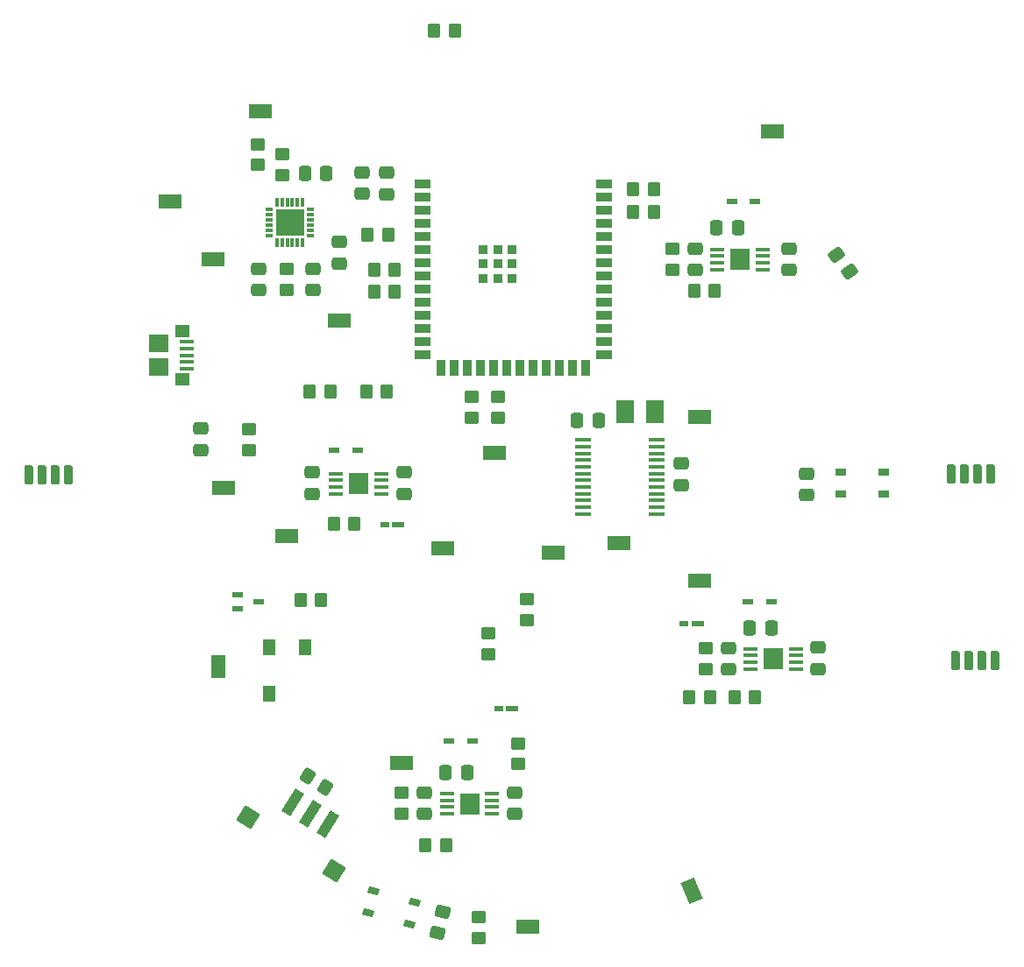
<source format=gbr>
%TF.GenerationSoftware,KiCad,Pcbnew,8.0.1*%
%TF.CreationDate,2024-04-29T04:15:04+02:00*%
%TF.ProjectId,PAMI-Power_Board,50414d49-2d50-46f7-9765-725f426f6172,rev?*%
%TF.SameCoordinates,Original*%
%TF.FileFunction,Paste,Top*%
%TF.FilePolarity,Positive*%
%FSLAX46Y46*%
G04 Gerber Fmt 4.6, Leading zero omitted, Abs format (unit mm)*
G04 Created by KiCad (PCBNEW 8.0.1) date 2024-04-29 04:15:04*
%MOMM*%
%LPD*%
G01*
G04 APERTURE LIST*
G04 Aperture macros list*
%AMRoundRect*
0 Rectangle with rounded corners*
0 $1 Rounding radius*
0 $2 $3 $4 $5 $6 $7 $8 $9 X,Y pos of 4 corners*
0 Add a 4 corners polygon primitive as box body*
4,1,4,$2,$3,$4,$5,$6,$7,$8,$9,$2,$3,0*
0 Add four circle primitives for the rounded corners*
1,1,$1+$1,$2,$3*
1,1,$1+$1,$4,$5*
1,1,$1+$1,$6,$7*
1,1,$1+$1,$8,$9*
0 Add four rect primitives between the rounded corners*
20,1,$1+$1,$2,$3,$4,$5,0*
20,1,$1+$1,$4,$5,$6,$7,0*
20,1,$1+$1,$6,$7,$8,$9,0*
20,1,$1+$1,$8,$9,$2,$3,0*%
%AMRotRect*
0 Rectangle, with rotation*
0 The origin of the aperture is its center*
0 $1 length*
0 $2 width*
0 $3 Rotation angle, in degrees counterclockwise*
0 Add horizontal line*
21,1,$1,$2,0,0,$3*%
G04 Aperture macros list end*
%ADD10RoundRect,0.250000X-0.350000X-0.450000X0.350000X-0.450000X0.350000X0.450000X-0.350000X0.450000X0*%
%ADD11RoundRect,0.250000X-0.450000X0.350000X-0.450000X-0.350000X0.450000X-0.350000X0.450000X0.350000X0*%
%ADD12RoundRect,0.250000X-0.475000X0.337500X-0.475000X-0.337500X0.475000X-0.337500X0.475000X0.337500X0*%
%ADD13R,1.300000X0.500000*%
%ADD14R,0.870000X0.500000*%
%ADD15RoundRect,0.250000X-0.337500X-0.475000X0.337500X-0.475000X0.337500X0.475000X-0.337500X0.475000X0*%
%ADD16R,2.200000X1.400000*%
%ADD17RoundRect,0.250000X-0.535281X-0.196150X0.058353X-0.567093X0.535281X0.196150X-0.058353X0.567093X0*%
%ADD18RoundRect,0.250000X0.475000X-0.337500X0.475000X0.337500X-0.475000X0.337500X-0.475000X-0.337500X0*%
%ADD19RotRect,1.000000X2.550000X148.000000*%
%ADD20RotRect,1.700000X1.700000X148.000000*%
%ADD21RoundRect,0.250000X0.350000X0.450000X-0.350000X0.450000X-0.350000X-0.450000X0.350000X-0.450000X0*%
%ADD22R,1.500000X0.900000*%
%ADD23R,0.900000X1.500000*%
%ADD24R,0.900000X0.900000*%
%ADD25R,1.800000X2.300000*%
%ADD26R,1.400000X0.450000*%
%ADD27R,1.846000X2.150000*%
%ADD28R,1.400000X2.200000*%
%ADD29RoundRect,0.250000X0.450000X-0.350000X0.450000X0.350000X-0.450000X0.350000X-0.450000X-0.350000X0*%
%ADD30R,1.525000X0.450000*%
%ADD31RotRect,1.400000X2.200000X203.000000*%
%ADD32R,1.110000X0.550000*%
%ADD33RoundRect,0.114286X0.285714X0.785714X-0.285714X0.785714X-0.285714X-0.785714X0.285714X-0.785714X0*%
%ADD34R,1.300000X1.500000*%
%ADD35R,1.000000X0.500000*%
%ADD36R,1.400000X0.400000*%
%ADD37R,1.900000X1.750000*%
%ADD38R,1.450000X1.150000*%
%ADD39RoundRect,0.250000X0.379242X-0.442388X0.542539X0.212562X-0.379242X0.442388X-0.542539X-0.212562X0*%
%ADD40R,1.050000X0.650000*%
%ADD41R,0.800000X0.350000*%
%ADD42R,0.350000X0.850000*%
%ADD43R,2.700000X2.600000*%
%ADD44RotRect,0.650000X1.050000X75.000000*%
%ADD45RoundRect,0.250000X-0.582661X-0.006155X-0.185906X-0.552241X0.582661X0.006155X0.185906X0.552241X0*%
G04 APERTURE END LIST*
D10*
%TO.C,R5*%
X165490000Y-113055000D03*
X167490000Y-113055000D03*
%TD*%
D11*
%TO.C,R3*%
X137740000Y-122310000D03*
X137740000Y-124310000D03*
%TD*%
D12*
%TO.C,C4*%
X148600000Y-122275000D03*
X148600000Y-124350000D03*
%TD*%
D13*
%TO.C,D8*%
X137375000Y-96400000D03*
D14*
X136060000Y-96400000D03*
%TD*%
D15*
%TO.C,C9*%
X171350000Y-106350000D03*
X173425000Y-106350000D03*
%TD*%
D16*
%TO.C,TPEN1*%
X149890000Y-135250000D03*
%TD*%
%TO.C,Coder1_B1*%
X152380000Y-99070000D03*
%TD*%
D17*
%TO.C,R18*%
X128613902Y-120710162D03*
X130310000Y-121770000D03*
%TD*%
D16*
%TO.C,TP3.3V_1*%
X137740000Y-119430000D03*
%TD*%
D18*
%TO.C,C13*%
X137930000Y-93427500D03*
X137930000Y-91352500D03*
%TD*%
D19*
%TO.C,S1*%
X130582131Y-125396268D03*
X128886035Y-124336428D03*
X127189938Y-123276591D03*
D20*
X131200000Y-129880000D03*
X122889130Y-124686791D03*
%TD*%
D21*
%TO.C,R28*%
X129940000Y-103660000D03*
X127940000Y-103660000D03*
%TD*%
D22*
%TO.C,IC4*%
X139750000Y-63470000D03*
X139750000Y-64740000D03*
X139750000Y-66010000D03*
X139750000Y-67280000D03*
X139750000Y-68550000D03*
X139750000Y-69820000D03*
X139750000Y-71090000D03*
X139750000Y-72360000D03*
X139750000Y-73630000D03*
X139750000Y-74900000D03*
X139750000Y-76170000D03*
X139750000Y-77440000D03*
X139750000Y-78710000D03*
X139750000Y-79980000D03*
D23*
X141515000Y-81230000D03*
X142785000Y-81230000D03*
X144055000Y-81230000D03*
X145325000Y-81230000D03*
X146595000Y-81230000D03*
X147865000Y-81230000D03*
X149135000Y-81230000D03*
X150405000Y-81230000D03*
X151675000Y-81230000D03*
X152945000Y-81230000D03*
X154215000Y-81230000D03*
X155485000Y-81230000D03*
D22*
X157250000Y-79980000D03*
X157250000Y-78710000D03*
X157250000Y-77440000D03*
X157250000Y-76170000D03*
X157250000Y-74900000D03*
X157250000Y-73630000D03*
X157250000Y-72360000D03*
X157250000Y-71090000D03*
X157250000Y-69820000D03*
X157250000Y-68550000D03*
X157250000Y-67280000D03*
X157250000Y-66010000D03*
X157250000Y-64740000D03*
X157250000Y-63470000D03*
D24*
X147000000Y-71190000D03*
X145600000Y-69790000D03*
X145600000Y-71190000D03*
X145600000Y-72590000D03*
X147000000Y-72590000D03*
X148400000Y-72590000D03*
X148400000Y-71190000D03*
X148400000Y-69790000D03*
X147000000Y-69790000D03*
%TD*%
D25*
%TO.C,C19*%
X159255000Y-85460000D03*
X162155000Y-85460000D03*
%TD*%
D26*
%TO.C,IC1*%
X168210000Y-69772500D03*
X168210000Y-70422500D03*
X168210000Y-71072500D03*
X168210000Y-71722500D03*
X172610000Y-71722500D03*
X172610000Y-71072500D03*
X172610000Y-70422500D03*
X172610000Y-69772500D03*
D27*
X170410000Y-70747500D03*
%TD*%
D28*
%TO.C,TPBuzzer1*%
X120000000Y-110080000D03*
%TD*%
D29*
%TO.C,R7*%
X167070000Y-110355000D03*
X167070000Y-108355000D03*
%TD*%
D30*
%TO.C,IC6*%
X155213000Y-88215000D03*
X155213000Y-88865000D03*
X155213000Y-89515000D03*
X155213000Y-90165000D03*
X155213000Y-90815000D03*
X155213000Y-91465000D03*
X155213000Y-92115000D03*
X155213000Y-92765000D03*
X155213000Y-93415000D03*
X155213000Y-94065000D03*
X155213000Y-94715000D03*
X155213000Y-95365000D03*
X162337000Y-95365000D03*
X162337000Y-94715000D03*
X162337000Y-94065000D03*
X162337000Y-93415000D03*
X162337000Y-92765000D03*
X162337000Y-92115000D03*
X162337000Y-91465000D03*
X162337000Y-90815000D03*
X162337000Y-90165000D03*
X162337000Y-89515000D03*
X162337000Y-88865000D03*
X162337000Y-88215000D03*
%TD*%
D21*
%TO.C,R26*%
X162090000Y-66170000D03*
X160090000Y-66170000D03*
%TD*%
D15*
%TO.C,C18*%
X154640000Y-86300000D03*
X156715000Y-86300000D03*
%TD*%
D29*
%TO.C,R15*%
X123800000Y-61640000D03*
X123800000Y-59640000D03*
%TD*%
D16*
%TO.C,TP6V1*%
X166530000Y-101820000D03*
%TD*%
D31*
%TO.C,TPBAT1*%
X165700000Y-131800000D03*
%TD*%
D26*
%TO.C,IC7*%
X131330000Y-91450000D03*
X131330000Y-92100000D03*
X131330000Y-92750000D03*
X131330000Y-93400000D03*
X135730000Y-93400000D03*
X135730000Y-92750000D03*
X135730000Y-92100000D03*
X135730000Y-91450000D03*
D27*
X133530000Y-92425000D03*
%TD*%
D32*
%TO.C,D3*%
X173410000Y-103840000D03*
X171130000Y-103840000D03*
%TD*%
D16*
%TO.C,TPPWM-B1*%
X158720000Y-98190000D03*
%TD*%
D26*
%TO.C,IC3*%
X171420000Y-108395000D03*
X171420000Y-109045000D03*
X171420000Y-109695000D03*
X171420000Y-110345000D03*
X175820000Y-110345000D03*
X175820000Y-109695000D03*
X175820000Y-109045000D03*
X175820000Y-108395000D03*
D27*
X173620000Y-109370000D03*
%TD*%
D13*
%TO.C,D4*%
X166300000Y-105950000D03*
D14*
X164985000Y-105950000D03*
%TD*%
D11*
%TO.C,R30*%
X144440000Y-84060000D03*
X144440000Y-86060000D03*
%TD*%
D21*
%TO.C,R19*%
X136410000Y-68400000D03*
X134410000Y-68400000D03*
%TD*%
D32*
%TO.C,D1*%
X171870000Y-65130000D03*
X169590000Y-65130000D03*
%TD*%
D33*
%TO.C,IR_rec_1*%
X194610000Y-91515000D03*
X193340000Y-91515000D03*
X192070000Y-91515000D03*
X190800000Y-91515000D03*
%TD*%
D21*
%TO.C,R10*%
X130830000Y-83540000D03*
X128830000Y-83540000D03*
%TD*%
D34*
%TO.C,LS1*%
X124900000Y-108250000D03*
X124900000Y-112750000D03*
X128400000Y-108250000D03*
%TD*%
D32*
%TO.C,D7*%
X133500000Y-89180000D03*
X131220000Y-89180000D03*
%TD*%
D10*
%TO.C,R20*%
X131160000Y-96300000D03*
X133160000Y-96300000D03*
%TD*%
D16*
%TO.C,Tirette1*%
X146700000Y-89470000D03*
%TD*%
D13*
%TO.C,D5*%
X148385000Y-114220000D03*
D14*
X147070000Y-114220000D03*
%TD*%
D16*
%TO.C,TPIR-Rec1*%
X131690000Y-76630000D03*
%TD*%
D29*
%TO.C,R22*%
X146100000Y-108940000D03*
X146100000Y-106940000D03*
%TD*%
D12*
%TO.C,C17*%
X131680000Y-69052500D03*
X131680000Y-71127500D03*
%TD*%
%TO.C,C7*%
X177950000Y-108292500D03*
X177950000Y-110367500D03*
%TD*%
D16*
%TO.C,TP3.3V_2*%
X126580000Y-97480000D03*
%TD*%
D12*
%TO.C,C8*%
X169280000Y-108317500D03*
X169280000Y-110392500D03*
%TD*%
D11*
%TO.C,R16*%
X126210000Y-60590000D03*
X126210000Y-62590000D03*
%TD*%
D10*
%TO.C,R2*%
X165950000Y-73830000D03*
X167950000Y-73830000D03*
%TD*%
D29*
%TO.C,R27*%
X145200000Y-136330000D03*
X145200000Y-134330000D03*
%TD*%
D12*
%TO.C,C20*%
X164675000Y-90475000D03*
X164675000Y-92550000D03*
%TD*%
D16*
%TO.C,TPRuban_LED1*%
X120500000Y-92810000D03*
%TD*%
D29*
%TO.C,R17*%
X126640000Y-73690000D03*
X126640000Y-71690000D03*
%TD*%
D16*
%TO.C,TPPOW-IR-LED1*%
X124070000Y-56400000D03*
%TD*%
D35*
%TO.C,Q4*%
X121910000Y-103210000D03*
X121910000Y-104510000D03*
X123910000Y-103860000D03*
%TD*%
D11*
%TO.C,R31*%
X147010000Y-84050000D03*
X147010000Y-86050000D03*
%TD*%
D12*
%TO.C,C22*%
X129110000Y-91352500D03*
X129110000Y-93427500D03*
%TD*%
D10*
%TO.C,R4*%
X139990000Y-127410000D03*
X141990000Y-127410000D03*
%TD*%
D12*
%TO.C,C14*%
X123930000Y-71662500D03*
X123930000Y-73737500D03*
%TD*%
D10*
%TO.C,R24*%
X135070000Y-73880000D03*
X137070000Y-73880000D03*
%TD*%
D36*
%TO.C,J6*%
X116940000Y-78730000D03*
X116940000Y-79380000D03*
X116940000Y-80030000D03*
X116940000Y-80680000D03*
X116940000Y-81330000D03*
D37*
X114290000Y-78905000D03*
X114290000Y-81155000D03*
D38*
X116520000Y-77710000D03*
X116520000Y-82350000D03*
%TD*%
D39*
%TO.C,C25*%
X141149007Y-135856682D03*
X141650993Y-133843318D03*
%TD*%
D11*
%TO.C,R1*%
X163840000Y-69740000D03*
X163840000Y-71740000D03*
%TD*%
D26*
%TO.C,IC2*%
X142070000Y-122395000D03*
X142070000Y-123045000D03*
X142070000Y-123695000D03*
X142070000Y-124345000D03*
X146470000Y-124345000D03*
X146470000Y-123695000D03*
X146470000Y-123045000D03*
X146470000Y-122395000D03*
D27*
X144270000Y-123370000D03*
%TD*%
D12*
%TO.C,C15*%
X129130000Y-71662500D03*
X129130000Y-73737500D03*
%TD*%
D18*
%TO.C,C26*%
X176800000Y-93530000D03*
X176800000Y-91455000D03*
%TD*%
D12*
%TO.C,C5*%
X139930000Y-122275000D03*
X139930000Y-124350000D03*
%TD*%
D15*
%TO.C,C1*%
X168112500Y-67710000D03*
X170187500Y-67710000D03*
%TD*%
D40*
%TO.C,S3*%
X180109998Y-91320000D03*
X184259999Y-91320001D03*
X180109999Y-93469999D03*
X184260000Y-93470000D03*
%TD*%
D21*
%TO.C,R9*%
X136300000Y-83540000D03*
X134300000Y-83540000D03*
%TD*%
D32*
%TO.C,D2*%
X144550000Y-117340000D03*
X142270000Y-117340000D03*
%TD*%
D33*
%TO.C,IR_rec_2*%
X105494851Y-91570040D03*
X104224851Y-91570040D03*
X102954851Y-91570040D03*
X101684851Y-91570040D03*
%TD*%
D29*
%TO.C,R8*%
X148970000Y-119540000D03*
X148970000Y-117540000D03*
%TD*%
D12*
%TO.C,C21*%
X118310000Y-87110000D03*
X118310000Y-89185000D03*
%TD*%
D10*
%TO.C,R6*%
X169860000Y-113055000D03*
X171860000Y-113055000D03*
%TD*%
D15*
%TO.C,C16*%
X128355000Y-62460000D03*
X130430000Y-62460000D03*
%TD*%
D18*
%TO.C,C24*%
X133860000Y-64427500D03*
X133860000Y-62352500D03*
%TD*%
D33*
%TO.C,IR_rec_3*%
X195060000Y-109500000D03*
X193790000Y-109500000D03*
X192520000Y-109500000D03*
X191250000Y-109500000D03*
%TD*%
D29*
%TO.C,R14*%
X122970000Y-89210000D03*
X122970000Y-87210000D03*
%TD*%
D16*
%TO.C,Coder1_A1*%
X141670000Y-98660000D03*
%TD*%
D10*
%TO.C,R25*%
X135050000Y-71790000D03*
X137050000Y-71790000D03*
%TD*%
D18*
%TO.C,C3*%
X175140000Y-71797500D03*
X175140000Y-69722500D03*
%TD*%
D16*
%TO.C,PWM-A1*%
X166480000Y-85960000D03*
%TD*%
%TO.C,TPSDA1*%
X115380000Y-65120000D03*
%TD*%
D41*
%TO.C,IC5*%
X124915000Y-65925000D03*
X124915000Y-66425000D03*
X124915000Y-66925000D03*
X124915000Y-67425000D03*
X124915000Y-67925000D03*
X124915000Y-68425000D03*
D42*
X125665000Y-69150000D03*
X126165000Y-69150000D03*
X126665000Y-69150000D03*
X127165000Y-69150000D03*
X127665000Y-69150000D03*
X128165000Y-69150000D03*
D41*
X128915000Y-68425000D03*
X128915000Y-67925000D03*
X128915000Y-67425000D03*
X128915000Y-66925000D03*
X128915000Y-66425000D03*
X128915000Y-65925000D03*
D42*
X128165000Y-65200000D03*
X127665000Y-65200000D03*
X127165000Y-65200000D03*
X126665000Y-65200000D03*
X126165000Y-65200000D03*
X125665000Y-65200000D03*
D43*
X126915000Y-67175000D03*
%TD*%
D44*
%TO.C,S2*%
X135007868Y-131829160D03*
X139016461Y-132903260D03*
X134451407Y-133905900D03*
X138460000Y-134980000D03*
%TD*%
D15*
%TO.C,C6*%
X141972500Y-120370000D03*
X144047500Y-120370000D03*
%TD*%
D10*
%TO.C,R21*%
X160070000Y-64000000D03*
X162070000Y-64000000D03*
%TD*%
D16*
%TO.C,TP1.475V1*%
X173540000Y-58400000D03*
%TD*%
D45*
%TO.C,C27*%
X179740173Y-70290645D03*
X180959827Y-71969355D03*
%TD*%
D16*
%TO.C,TPSCL1*%
X119520000Y-70780000D03*
%TD*%
D12*
%TO.C,C2*%
X166040000Y-69692500D03*
X166040000Y-71767500D03*
%TD*%
D29*
%TO.C,R23*%
X149810000Y-105620000D03*
X149810000Y-103620000D03*
%TD*%
D10*
%TO.C,R29*%
X140830000Y-48610000D03*
X142830000Y-48610000D03*
%TD*%
D18*
%TO.C,C23*%
X136250000Y-64440000D03*
X136250000Y-62365000D03*
%TD*%
M02*

</source>
